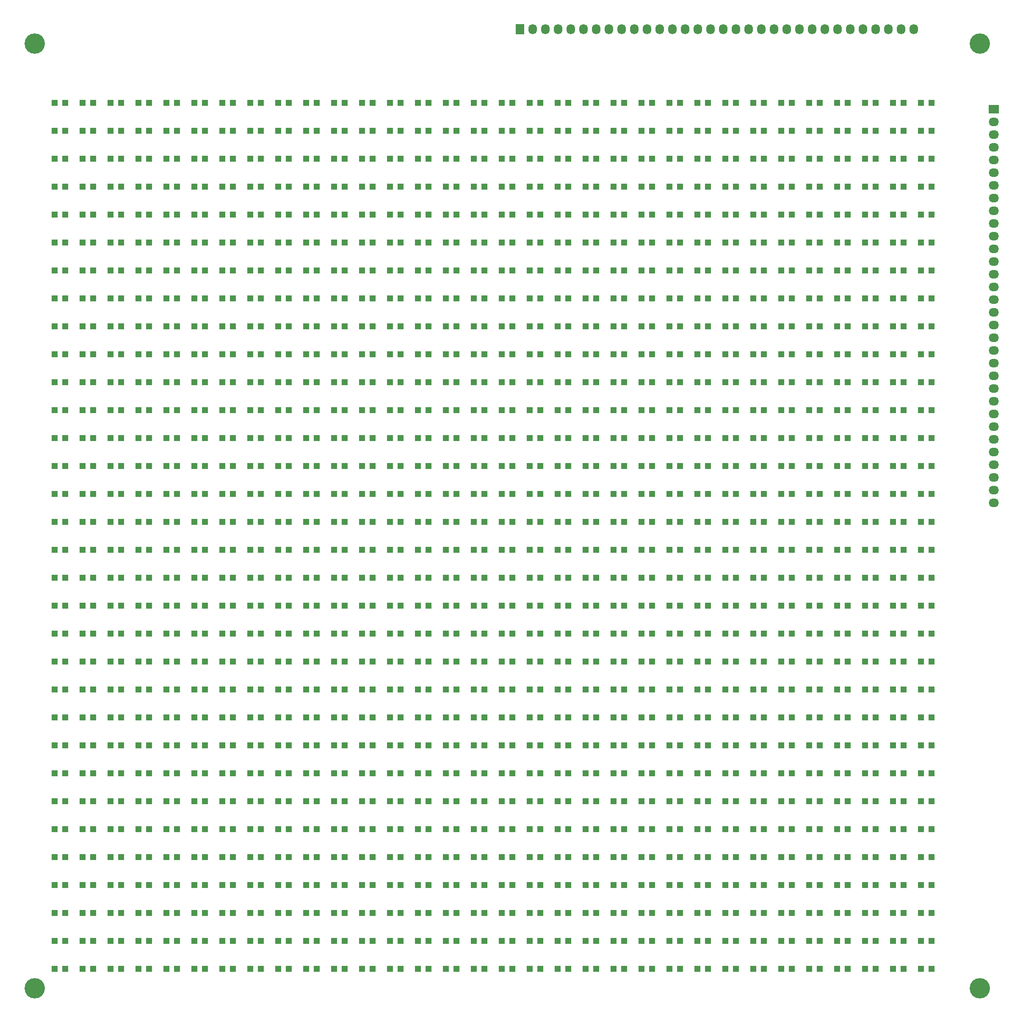
<source format=gts>
G04 #@! TF.FileFunction,Soldermask,Top*
%FSLAX46Y46*%
G04 Gerber Fmt 4.6, Leading zero omitted, Abs format (unit mm)*
G04 Created by KiCad (PCBNEW 4.0.2+dfsg1-stable) date dim. 24 sept. 2017 13:03:32 CEST*
%MOMM*%
G01*
G04 APERTURE LIST*
%ADD10C,0.100000*%
%ADD11R,1.198880X1.198880*%
%ADD12R,2.032000X1.727200*%
%ADD13O,2.032000X1.727200*%
%ADD14R,1.727200X2.032000*%
%ADD15O,1.727200X2.032000*%
%ADD16C,4.064000*%
G04 APERTURE END LIST*
D10*
D11*
X259831020Y-225581000D03*
X257732980Y-225581000D03*
X254243020Y-225581000D03*
X252144980Y-225581000D03*
X248655020Y-225581000D03*
X246556980Y-225581000D03*
X243067020Y-225581000D03*
X240968980Y-225581000D03*
X237479020Y-225581000D03*
X235380980Y-225581000D03*
X231891020Y-225581000D03*
X229792980Y-225581000D03*
X226303020Y-225581000D03*
X224204980Y-225581000D03*
X220715020Y-225581000D03*
X218616980Y-225581000D03*
X215127020Y-225581000D03*
X213028980Y-225581000D03*
X209539020Y-225581000D03*
X207440980Y-225581000D03*
X203951020Y-225581000D03*
X201852980Y-225581000D03*
X198363020Y-225581000D03*
X196264980Y-225581000D03*
X192775020Y-225581000D03*
X190676980Y-225581000D03*
X187187020Y-225581000D03*
X185088980Y-225581000D03*
X181599020Y-225581000D03*
X179500980Y-225581000D03*
X176011020Y-225581000D03*
X173912980Y-225581000D03*
X170423020Y-225581000D03*
X168324980Y-225581000D03*
X164835020Y-225581000D03*
X162736980Y-225581000D03*
X159247020Y-225581000D03*
X157148980Y-225581000D03*
X153659020Y-225581000D03*
X151560980Y-225581000D03*
X148071020Y-225581000D03*
X145972980Y-225581000D03*
X142483020Y-225581000D03*
X140384980Y-225581000D03*
X136895020Y-225581000D03*
X134796980Y-225581000D03*
X131307020Y-225581000D03*
X129208980Y-225581000D03*
X125719020Y-225581000D03*
X123620980Y-225581000D03*
X120131020Y-225581000D03*
X118032980Y-225581000D03*
X114543020Y-225581000D03*
X112444980Y-225581000D03*
X108955020Y-225581000D03*
X106856980Y-225581000D03*
X103367020Y-225581000D03*
X101268980Y-225581000D03*
X97779020Y-225581000D03*
X95680980Y-225581000D03*
X92191020Y-225581000D03*
X90092980Y-225581000D03*
X86603020Y-225581000D03*
X84504980Y-225581000D03*
X259831020Y-219993000D03*
X257732980Y-219993000D03*
X254243020Y-219993000D03*
X252144980Y-219993000D03*
X248655020Y-219993000D03*
X246556980Y-219993000D03*
X243067020Y-219993000D03*
X240968980Y-219993000D03*
X237479020Y-219993000D03*
X235380980Y-219993000D03*
X231891020Y-219993000D03*
X229792980Y-219993000D03*
X226303020Y-219993000D03*
X224204980Y-219993000D03*
X220715020Y-219993000D03*
X218616980Y-219993000D03*
X215127020Y-219993000D03*
X213028980Y-219993000D03*
X209539020Y-219993000D03*
X207440980Y-219993000D03*
X203951020Y-219993000D03*
X201852980Y-219993000D03*
X198363020Y-219993000D03*
X196264980Y-219993000D03*
X192775020Y-219993000D03*
X190676980Y-219993000D03*
X187187020Y-219993000D03*
X185088980Y-219993000D03*
X181599020Y-219993000D03*
X179500980Y-219993000D03*
X176011020Y-219993000D03*
X173912980Y-219993000D03*
X170423020Y-219993000D03*
X168324980Y-219993000D03*
X164835020Y-219993000D03*
X162736980Y-219993000D03*
X159247020Y-219993000D03*
X157148980Y-219993000D03*
X153659020Y-219993000D03*
X151560980Y-219993000D03*
X148071020Y-219993000D03*
X145972980Y-219993000D03*
X142483020Y-219993000D03*
X140384980Y-219993000D03*
X136895020Y-219993000D03*
X134796980Y-219993000D03*
X131307020Y-219993000D03*
X129208980Y-219993000D03*
X125719020Y-219993000D03*
X123620980Y-219993000D03*
X120131020Y-219993000D03*
X118032980Y-219993000D03*
X114543020Y-219993000D03*
X112444980Y-219993000D03*
X108955020Y-219993000D03*
X106856980Y-219993000D03*
X103367020Y-219993000D03*
X101268980Y-219993000D03*
X97779020Y-219993000D03*
X95680980Y-219993000D03*
X92191020Y-219993000D03*
X90092980Y-219993000D03*
X86603020Y-219993000D03*
X84504980Y-219993000D03*
X259831020Y-214405000D03*
X257732980Y-214405000D03*
X254243020Y-214405000D03*
X252144980Y-214405000D03*
X248655020Y-214405000D03*
X246556980Y-214405000D03*
X243067020Y-214405000D03*
X240968980Y-214405000D03*
X237479020Y-214405000D03*
X235380980Y-214405000D03*
X231891020Y-214405000D03*
X229792980Y-214405000D03*
X226303020Y-214405000D03*
X224204980Y-214405000D03*
X220715020Y-214405000D03*
X218616980Y-214405000D03*
X215127020Y-214405000D03*
X213028980Y-214405000D03*
X209539020Y-214405000D03*
X207440980Y-214405000D03*
X203951020Y-214405000D03*
X201852980Y-214405000D03*
X198363020Y-214405000D03*
X196264980Y-214405000D03*
X192775020Y-214405000D03*
X190676980Y-214405000D03*
X187187020Y-214405000D03*
X185088980Y-214405000D03*
X181599020Y-214405000D03*
X179500980Y-214405000D03*
X176011020Y-214405000D03*
X173912980Y-214405000D03*
X170423020Y-214405000D03*
X168324980Y-214405000D03*
X164835020Y-214405000D03*
X162736980Y-214405000D03*
X159247020Y-214405000D03*
X157148980Y-214405000D03*
X153659020Y-214405000D03*
X151560980Y-214405000D03*
X148071020Y-214405000D03*
X145972980Y-214405000D03*
X142483020Y-214405000D03*
X140384980Y-214405000D03*
X136895020Y-214405000D03*
X134796980Y-214405000D03*
X131307020Y-214405000D03*
X129208980Y-214405000D03*
X125719020Y-214405000D03*
X123620980Y-214405000D03*
X120131020Y-214405000D03*
X118032980Y-214405000D03*
X114543020Y-214405000D03*
X112444980Y-214405000D03*
X108955020Y-214405000D03*
X106856980Y-214405000D03*
X103367020Y-214405000D03*
X101268980Y-214405000D03*
X97779020Y-214405000D03*
X95680980Y-214405000D03*
X92191020Y-214405000D03*
X90092980Y-214405000D03*
X86603020Y-214405000D03*
X84504980Y-214405000D03*
X259831020Y-208817000D03*
X257732980Y-208817000D03*
X254243020Y-208817000D03*
X252144980Y-208817000D03*
X248655020Y-208817000D03*
X246556980Y-208817000D03*
X243067020Y-208817000D03*
X240968980Y-208817000D03*
X237479020Y-208817000D03*
X235380980Y-208817000D03*
X231891020Y-208817000D03*
X229792980Y-208817000D03*
X226303020Y-208817000D03*
X224204980Y-208817000D03*
X220715020Y-208817000D03*
X218616980Y-208817000D03*
X215127020Y-208817000D03*
X213028980Y-208817000D03*
X209539020Y-208817000D03*
X207440980Y-208817000D03*
X203951020Y-208817000D03*
X201852980Y-208817000D03*
X198363020Y-208817000D03*
X196264980Y-208817000D03*
X192775020Y-208817000D03*
X190676980Y-208817000D03*
X187187020Y-208817000D03*
X185088980Y-208817000D03*
X181599020Y-208817000D03*
X179500980Y-208817000D03*
X176011020Y-208817000D03*
X173912980Y-208817000D03*
X170423020Y-208817000D03*
X168324980Y-208817000D03*
X164835020Y-208817000D03*
X162736980Y-208817000D03*
X159247020Y-208817000D03*
X157148980Y-208817000D03*
X153659020Y-208817000D03*
X151560980Y-208817000D03*
X148071020Y-208817000D03*
X145972980Y-208817000D03*
X142483020Y-208817000D03*
X140384980Y-208817000D03*
X136895020Y-208817000D03*
X134796980Y-208817000D03*
X131307020Y-208817000D03*
X129208980Y-208817000D03*
X125719020Y-208817000D03*
X123620980Y-208817000D03*
X120131020Y-208817000D03*
X118032980Y-208817000D03*
X114543020Y-208817000D03*
X112444980Y-208817000D03*
X108955020Y-208817000D03*
X106856980Y-208817000D03*
X103367020Y-208817000D03*
X101268980Y-208817000D03*
X97779020Y-208817000D03*
X95680980Y-208817000D03*
X92191020Y-208817000D03*
X90092980Y-208817000D03*
X86603020Y-208817000D03*
X84504980Y-208817000D03*
X259831020Y-203229000D03*
X257732980Y-203229000D03*
X254243020Y-203229000D03*
X252144980Y-203229000D03*
X248655020Y-203229000D03*
X246556980Y-203229000D03*
X243067020Y-203229000D03*
X240968980Y-203229000D03*
X237479020Y-203229000D03*
X235380980Y-203229000D03*
X231891020Y-203229000D03*
X229792980Y-203229000D03*
X226303020Y-203229000D03*
X224204980Y-203229000D03*
X220715020Y-203229000D03*
X218616980Y-203229000D03*
X215127020Y-203229000D03*
X213028980Y-203229000D03*
X209539020Y-203229000D03*
X207440980Y-203229000D03*
X203951020Y-203229000D03*
X201852980Y-203229000D03*
X198363020Y-203229000D03*
X196264980Y-203229000D03*
X192775020Y-203229000D03*
X190676980Y-203229000D03*
X187187020Y-203229000D03*
X185088980Y-203229000D03*
X181599020Y-203229000D03*
X179500980Y-203229000D03*
X176011020Y-203229000D03*
X173912980Y-203229000D03*
X170423020Y-203229000D03*
X168324980Y-203229000D03*
X164835020Y-203229000D03*
X162736980Y-203229000D03*
X159247020Y-203229000D03*
X157148980Y-203229000D03*
X153659020Y-203229000D03*
X151560980Y-203229000D03*
X148071020Y-203229000D03*
X145972980Y-203229000D03*
X142483020Y-203229000D03*
X140384980Y-203229000D03*
X136895020Y-203229000D03*
X134796980Y-203229000D03*
X131307020Y-203229000D03*
X129208980Y-203229000D03*
X125719020Y-203229000D03*
X123620980Y-203229000D03*
X120131020Y-203229000D03*
X118032980Y-203229000D03*
X114543020Y-203229000D03*
X112444980Y-203229000D03*
X108955020Y-203229000D03*
X106856980Y-203229000D03*
X103367020Y-203229000D03*
X101268980Y-203229000D03*
X97779020Y-203229000D03*
X95680980Y-203229000D03*
X92191020Y-203229000D03*
X90092980Y-203229000D03*
X86603020Y-203229000D03*
X84504980Y-203229000D03*
X259831020Y-197641000D03*
X257732980Y-197641000D03*
X254243020Y-197641000D03*
X252144980Y-197641000D03*
X248655020Y-197641000D03*
X246556980Y-197641000D03*
X243067020Y-197641000D03*
X240968980Y-197641000D03*
X237479020Y-197641000D03*
X235380980Y-197641000D03*
X231891020Y-197641000D03*
X229792980Y-197641000D03*
X226303020Y-197641000D03*
X224204980Y-197641000D03*
X220715020Y-197641000D03*
X218616980Y-197641000D03*
X215127020Y-197641000D03*
X213028980Y-197641000D03*
X209539020Y-197641000D03*
X207440980Y-197641000D03*
X203951020Y-197641000D03*
X201852980Y-197641000D03*
X198363020Y-197641000D03*
X196264980Y-197641000D03*
X192775020Y-197641000D03*
X190676980Y-197641000D03*
X187187020Y-197641000D03*
X185088980Y-197641000D03*
X181599020Y-197641000D03*
X179500980Y-197641000D03*
X176011020Y-197641000D03*
X173912980Y-197641000D03*
X170423020Y-197641000D03*
X168324980Y-197641000D03*
X164835020Y-197641000D03*
X162736980Y-197641000D03*
X159247020Y-197641000D03*
X157148980Y-197641000D03*
X153659020Y-197641000D03*
X151560980Y-197641000D03*
X148071020Y-197641000D03*
X145972980Y-197641000D03*
X142483020Y-197641000D03*
X140384980Y-197641000D03*
X136895020Y-197641000D03*
X134796980Y-197641000D03*
X131307020Y-197641000D03*
X129208980Y-197641000D03*
X125719020Y-197641000D03*
X123620980Y-197641000D03*
X120131020Y-197641000D03*
X118032980Y-197641000D03*
X114543020Y-197641000D03*
X112444980Y-197641000D03*
X108955020Y-197641000D03*
X106856980Y-197641000D03*
X103367020Y-197641000D03*
X101268980Y-197641000D03*
X97779020Y-197641000D03*
X95680980Y-197641000D03*
X92191020Y-197641000D03*
X90092980Y-197641000D03*
X86603020Y-197641000D03*
X84504980Y-197641000D03*
X259831020Y-192053000D03*
X257732980Y-192053000D03*
X254243020Y-192053000D03*
X252144980Y-192053000D03*
X248655020Y-192053000D03*
X246556980Y-192053000D03*
X243067020Y-192053000D03*
X240968980Y-192053000D03*
X237479020Y-192053000D03*
X235380980Y-192053000D03*
X231891020Y-192053000D03*
X229792980Y-192053000D03*
X226303020Y-192053000D03*
X224204980Y-192053000D03*
X220715020Y-192053000D03*
X218616980Y-192053000D03*
X215127020Y-192053000D03*
X213028980Y-192053000D03*
X209539020Y-192053000D03*
X207440980Y-192053000D03*
X203951020Y-192053000D03*
X201852980Y-192053000D03*
X198363020Y-192053000D03*
X196264980Y-192053000D03*
X192775020Y-192053000D03*
X190676980Y-192053000D03*
X187187020Y-192053000D03*
X185088980Y-192053000D03*
X181599020Y-192053000D03*
X179500980Y-192053000D03*
X176011020Y-192053000D03*
X173912980Y-192053000D03*
X170423020Y-192053000D03*
X168324980Y-192053000D03*
X164835020Y-192053000D03*
X162736980Y-192053000D03*
X159247020Y-192053000D03*
X157148980Y-192053000D03*
X153659020Y-192053000D03*
X151560980Y-192053000D03*
X148071020Y-192053000D03*
X145972980Y-192053000D03*
X142483020Y-192053000D03*
X140384980Y-192053000D03*
X136895020Y-192053000D03*
X134796980Y-192053000D03*
X131307020Y-192053000D03*
X129208980Y-192053000D03*
X125719020Y-192053000D03*
X123620980Y-192053000D03*
X120131020Y-192053000D03*
X118032980Y-192053000D03*
X114543020Y-192053000D03*
X112444980Y-192053000D03*
X108955020Y-192053000D03*
X106856980Y-192053000D03*
X103367020Y-192053000D03*
X101268980Y-192053000D03*
X97779020Y-192053000D03*
X95680980Y-192053000D03*
X92191020Y-192053000D03*
X90092980Y-192053000D03*
X86603020Y-192053000D03*
X84504980Y-192053000D03*
X259831020Y-186465000D03*
X257732980Y-186465000D03*
X254243020Y-186465000D03*
X252144980Y-186465000D03*
X248655020Y-186465000D03*
X246556980Y-186465000D03*
X243067020Y-186465000D03*
X240968980Y-186465000D03*
X237479020Y-186465000D03*
X235380980Y-186465000D03*
X231891020Y-186465000D03*
X229792980Y-186465000D03*
X226303020Y-186465000D03*
X224204980Y-186465000D03*
X220715020Y-186465000D03*
X218616980Y-186465000D03*
X215127020Y-186465000D03*
X213028980Y-186465000D03*
X209539020Y-186465000D03*
X207440980Y-186465000D03*
X203951020Y-186465000D03*
X201852980Y-186465000D03*
X198363020Y-186465000D03*
X196264980Y-186465000D03*
X192775020Y-186465000D03*
X190676980Y-186465000D03*
X187187020Y-186465000D03*
X185088980Y-186465000D03*
X181599020Y-186465000D03*
X179500980Y-186465000D03*
X176011020Y-186465000D03*
X173912980Y-186465000D03*
X170423020Y-186465000D03*
X168324980Y-186465000D03*
X164835020Y-186465000D03*
X162736980Y-186465000D03*
X159247020Y-186465000D03*
X157148980Y-186465000D03*
X153659020Y-186465000D03*
X151560980Y-186465000D03*
X148071020Y-186465000D03*
X145972980Y-186465000D03*
X142483020Y-186465000D03*
X140384980Y-186465000D03*
X136895020Y-186465000D03*
X134796980Y-186465000D03*
X131307020Y-186465000D03*
X129208980Y-186465000D03*
X125719020Y-186465000D03*
X123620980Y-186465000D03*
X120131020Y-186465000D03*
X118032980Y-186465000D03*
X114543020Y-186465000D03*
X112444980Y-186465000D03*
X108955020Y-186465000D03*
X106856980Y-186465000D03*
X103367020Y-186465000D03*
X101268980Y-186465000D03*
X97779020Y-186465000D03*
X95680980Y-186465000D03*
X92191020Y-186465000D03*
X90092980Y-186465000D03*
X86603020Y-186465000D03*
X84504980Y-186465000D03*
X259831020Y-180877000D03*
X257732980Y-180877000D03*
X254243020Y-180877000D03*
X252144980Y-180877000D03*
X248655020Y-180877000D03*
X246556980Y-180877000D03*
X243067020Y-180877000D03*
X240968980Y-180877000D03*
X237479020Y-180877000D03*
X235380980Y-180877000D03*
X231891020Y-180877000D03*
X229792980Y-180877000D03*
X226303020Y-180877000D03*
X224204980Y-180877000D03*
X220715020Y-180877000D03*
X218616980Y-180877000D03*
X215127020Y-180877000D03*
X213028980Y-180877000D03*
X209539020Y-180877000D03*
X207440980Y-180877000D03*
X203951020Y-180877000D03*
X201852980Y-180877000D03*
X198363020Y-180877000D03*
X196264980Y-180877000D03*
X192775020Y-180877000D03*
X190676980Y-180877000D03*
X187187020Y-180877000D03*
X185088980Y-180877000D03*
X181599020Y-180877000D03*
X179500980Y-180877000D03*
X176011020Y-180877000D03*
X173912980Y-180877000D03*
X170423020Y-180877000D03*
X168324980Y-180877000D03*
X164835020Y-180877000D03*
X162736980Y-180877000D03*
X159247020Y-180877000D03*
X157148980Y-180877000D03*
X153659020Y-180877000D03*
X151560980Y-180877000D03*
X148071020Y-180877000D03*
X145972980Y-180877000D03*
X142483020Y-180877000D03*
X140384980Y-180877000D03*
X136895020Y-180877000D03*
X134796980Y-180877000D03*
X131307020Y-180877000D03*
X129208980Y-180877000D03*
X125719020Y-180877000D03*
X123620980Y-180877000D03*
X120131020Y-180877000D03*
X118032980Y-180877000D03*
X114543020Y-180877000D03*
X112444980Y-180877000D03*
X108955020Y-180877000D03*
X106856980Y-180877000D03*
X103367020Y-180877000D03*
X101268980Y-180877000D03*
X97779020Y-180877000D03*
X95680980Y-180877000D03*
X92191020Y-180877000D03*
X90092980Y-180877000D03*
X86603020Y-180877000D03*
X84504980Y-180877000D03*
X259831020Y-175289000D03*
X257732980Y-175289000D03*
X254243020Y-175289000D03*
X252144980Y-175289000D03*
X248655020Y-175289000D03*
X246556980Y-175289000D03*
X243067020Y-175289000D03*
X240968980Y-175289000D03*
X237479020Y-175289000D03*
X235380980Y-175289000D03*
X231891020Y-175289000D03*
X229792980Y-175289000D03*
X226303020Y-175289000D03*
X224204980Y-175289000D03*
X220715020Y-175289000D03*
X218616980Y-175289000D03*
X215127020Y-175289000D03*
X213028980Y-175289000D03*
X209539020Y-175289000D03*
X207440980Y-175289000D03*
X203951020Y-175289000D03*
X201852980Y-175289000D03*
X198363020Y-175289000D03*
X196264980Y-175289000D03*
X192775020Y-175289000D03*
X190676980Y-175289000D03*
X187187020Y-175289000D03*
X185088980Y-175289000D03*
X181599020Y-175289000D03*
X179500980Y-175289000D03*
X176011020Y-175289000D03*
X173912980Y-175289000D03*
X170423020Y-175289000D03*
X168324980Y-175289000D03*
X164835020Y-175289000D03*
X162736980Y-175289000D03*
X159247020Y-175289000D03*
X157148980Y-175289000D03*
X153659020Y-175289000D03*
X151560980Y-175289000D03*
X148071020Y-175289000D03*
X145972980Y-175289000D03*
X142483020Y-175289000D03*
X140384980Y-175289000D03*
X136895020Y-175289000D03*
X134796980Y-175289000D03*
X131307020Y-175289000D03*
X129208980Y-175289000D03*
X125719020Y-175289000D03*
X123620980Y-175289000D03*
X120131020Y-175289000D03*
X118032980Y-175289000D03*
X114543020Y-175289000D03*
X112444980Y-175289000D03*
X108955020Y-175289000D03*
X106856980Y-175289000D03*
X103367020Y-175289000D03*
X101268980Y-175289000D03*
X97779020Y-175289000D03*
X95680980Y-175289000D03*
X92191020Y-175289000D03*
X90092980Y-175289000D03*
X86603020Y-175289000D03*
X84504980Y-175289000D03*
X259831020Y-169701000D03*
X257732980Y-169701000D03*
X254243020Y-169701000D03*
X252144980Y-169701000D03*
X248655020Y-169701000D03*
X246556980Y-169701000D03*
X243067020Y-169701000D03*
X240968980Y-169701000D03*
X237479020Y-169701000D03*
X235380980Y-169701000D03*
X231891020Y-169701000D03*
X229792980Y-169701000D03*
X226303020Y-169701000D03*
X224204980Y-169701000D03*
X220715020Y-169701000D03*
X218616980Y-169701000D03*
X215127020Y-169701000D03*
X213028980Y-169701000D03*
X209539020Y-169701000D03*
X207440980Y-169701000D03*
X203951020Y-169701000D03*
X201852980Y-169701000D03*
X198363020Y-169701000D03*
X196264980Y-169701000D03*
X192775020Y-169701000D03*
X190676980Y-169701000D03*
X187187020Y-169701000D03*
X185088980Y-169701000D03*
X181599020Y-169701000D03*
X179500980Y-169701000D03*
X176011020Y-169701000D03*
X173912980Y-169701000D03*
X170423020Y-169701000D03*
X168324980Y-169701000D03*
X164835020Y-169701000D03*
X162736980Y-169701000D03*
X159247020Y-169701000D03*
X157148980Y-169701000D03*
X153659020Y-169701000D03*
X151560980Y-169701000D03*
X148071020Y-169701000D03*
X145972980Y-169701000D03*
X142483020Y-169701000D03*
X140384980Y-169701000D03*
X136895020Y-169701000D03*
X134796980Y-169701000D03*
X131307020Y-169701000D03*
X129208980Y-169701000D03*
X125719020Y-169701000D03*
X123620980Y-169701000D03*
X120131020Y-169701000D03*
X118032980Y-169701000D03*
X114543020Y-169701000D03*
X112444980Y-169701000D03*
X108955020Y-169701000D03*
X106856980Y-169701000D03*
X103367020Y-169701000D03*
X101268980Y-169701000D03*
X97779020Y-169701000D03*
X95680980Y-169701000D03*
X92191020Y-169701000D03*
X90092980Y-169701000D03*
X86603020Y-169701000D03*
X84504980Y-169701000D03*
X259831020Y-164113000D03*
X257732980Y-164113000D03*
X254243020Y-164113000D03*
X252144980Y-164113000D03*
X248655020Y-164113000D03*
X246556980Y-164113000D03*
X243067020Y-164113000D03*
X240968980Y-164113000D03*
X237479020Y-164113000D03*
X235380980Y-164113000D03*
X231891020Y-164113000D03*
X229792980Y-164113000D03*
X226303020Y-164113000D03*
X224204980Y-164113000D03*
X220715020Y-164113000D03*
X218616980Y-164113000D03*
X215127020Y-164113000D03*
X213028980Y-164113000D03*
X209539020Y-164113000D03*
X207440980Y-164113000D03*
X203951020Y-164113000D03*
X201852980Y-164113000D03*
X198363020Y-164113000D03*
X196264980Y-164113000D03*
X192775020Y-164113000D03*
X190676980Y-164113000D03*
X187187020Y-164113000D03*
X185088980Y-164113000D03*
X181599020Y-164113000D03*
X179500980Y-164113000D03*
X176011020Y-164113000D03*
X173912980Y-164113000D03*
X170423020Y-164113000D03*
X168324980Y-164113000D03*
X164835020Y-164113000D03*
X162736980Y-164113000D03*
X159247020Y-164113000D03*
X157148980Y-164113000D03*
X153659020Y-164113000D03*
X151560980Y-164113000D03*
X148071020Y-164113000D03*
X145972980Y-164113000D03*
X142483020Y-164113000D03*
X140384980Y-164113000D03*
X136895020Y-164113000D03*
X134796980Y-164113000D03*
X131307020Y-164113000D03*
X129208980Y-164113000D03*
X125719020Y-164113000D03*
X123620980Y-164113000D03*
X120131020Y-164113000D03*
X118032980Y-164113000D03*
X114543020Y-164113000D03*
X112444980Y-164113000D03*
X108955020Y-164113000D03*
X106856980Y-164113000D03*
X103367020Y-164113000D03*
X101268980Y-164113000D03*
X97779020Y-164113000D03*
X95680980Y-164113000D03*
X92191020Y-164113000D03*
X90092980Y-164113000D03*
X86603020Y-164113000D03*
X84504980Y-164113000D03*
X259831020Y-158525000D03*
X257732980Y-158525000D03*
X254243020Y-158525000D03*
X252144980Y-158525000D03*
X248655020Y-158525000D03*
X246556980Y-158525000D03*
X243067020Y-158525000D03*
X240968980Y-158525000D03*
X237479020Y-158525000D03*
X235380980Y-158525000D03*
X231891020Y-158525000D03*
X229792980Y-158525000D03*
X226303020Y-158525000D03*
X224204980Y-158525000D03*
X220715020Y-158525000D03*
X218616980Y-158525000D03*
X215127020Y-158525000D03*
X213028980Y-158525000D03*
X209539020Y-158525000D03*
X207440980Y-158525000D03*
X203951020Y-158525000D03*
X201852980Y-158525000D03*
X198363020Y-158525000D03*
X196264980Y-158525000D03*
X192775020Y-158525000D03*
X190676980Y-158525000D03*
X187187020Y-158525000D03*
X185088980Y-158525000D03*
X181599020Y-158525000D03*
X179500980Y-158525000D03*
X176011020Y-158525000D03*
X173912980Y-158525000D03*
X170423020Y-158525000D03*
X168324980Y-158525000D03*
X164835020Y-158525000D03*
X162736980Y-158525000D03*
X159247020Y-158525000D03*
X157148980Y-158525000D03*
X153659020Y-158525000D03*
X151560980Y-158525000D03*
X148071020Y-158525000D03*
X145972980Y-158525000D03*
X142483020Y-158525000D03*
X140384980Y-158525000D03*
X136895020Y-158525000D03*
X134796980Y-158525000D03*
X131307020Y-158525000D03*
X129208980Y-158525000D03*
X125719020Y-158525000D03*
X123620980Y-158525000D03*
X120131020Y-158525000D03*
X118032980Y-158525000D03*
X114543020Y-158525000D03*
X112444980Y-158525000D03*
X108955020Y-158525000D03*
X106856980Y-158525000D03*
X103367020Y-158525000D03*
X101268980Y-158525000D03*
X97779020Y-158525000D03*
X95680980Y-158525000D03*
X92191020Y-158525000D03*
X90092980Y-158525000D03*
X86603020Y-158525000D03*
X84504980Y-158525000D03*
X259831020Y-152937000D03*
X257732980Y-152937000D03*
X254243020Y-152937000D03*
X252144980Y-152937000D03*
X248655020Y-152937000D03*
X246556980Y-152937000D03*
X243067020Y-152937000D03*
X240968980Y-152937000D03*
X237479020Y-152937000D03*
X235380980Y-152937000D03*
X231891020Y-152937000D03*
X229792980Y-152937000D03*
X226303020Y-152937000D03*
X224204980Y-152937000D03*
X220715020Y-152937000D03*
X218616980Y-152937000D03*
X215127020Y-152937000D03*
X213028980Y-152937000D03*
X209539020Y-152937000D03*
X207440980Y-152937000D03*
X203951020Y-152937000D03*
X201852980Y-152937000D03*
X198363020Y-152937000D03*
X196264980Y-152937000D03*
X192775020Y-152937000D03*
X190676980Y-152937000D03*
X187187020Y-152937000D03*
X185088980Y-152937000D03*
X181599020Y-152937000D03*
X179500980Y-152937000D03*
X176011020Y-152937000D03*
X173912980Y-152937000D03*
X170423020Y-152937000D03*
X168324980Y-152937000D03*
X164835020Y-152937000D03*
X162736980Y-152937000D03*
X159247020Y-152937000D03*
X157148980Y-152937000D03*
X153659020Y-152937000D03*
X151560980Y-152937000D03*
X148071020Y-152937000D03*
X145972980Y-152937000D03*
X142483020Y-152937000D03*
X140384980Y-152937000D03*
X136895020Y-152937000D03*
X134796980Y-152937000D03*
X131307020Y-152937000D03*
X129208980Y-152937000D03*
X125719020Y-152937000D03*
X123620980Y-152937000D03*
X120131020Y-152937000D03*
X118032980Y-152937000D03*
X114543020Y-152937000D03*
X112444980Y-152937000D03*
X108955020Y-152937000D03*
X106856980Y-152937000D03*
X103367020Y-152937000D03*
X101268980Y-152937000D03*
X97779020Y-152937000D03*
X95680980Y-152937000D03*
X92191020Y-152937000D03*
X90092980Y-152937000D03*
X86603020Y-152937000D03*
X84504980Y-152937000D03*
X259831020Y-147349000D03*
X257732980Y-147349000D03*
X254243020Y-147349000D03*
X252144980Y-147349000D03*
X248655020Y-147349000D03*
X246556980Y-147349000D03*
X243067020Y-147349000D03*
X240968980Y-147349000D03*
X237479020Y-147349000D03*
X235380980Y-147349000D03*
X231891020Y-147349000D03*
X229792980Y-147349000D03*
X226303020Y-147349000D03*
X224204980Y-147349000D03*
X220715020Y-147349000D03*
X218616980Y-147349000D03*
X215127020Y-147349000D03*
X213028980Y-147349000D03*
X209539020Y-147349000D03*
X207440980Y-147349000D03*
X203951020Y-147349000D03*
X201852980Y-147349000D03*
X198363020Y-147349000D03*
X196264980Y-147349000D03*
X192775020Y-147349000D03*
X190676980Y-147349000D03*
X187187020Y-147349000D03*
X185088980Y-147349000D03*
X181599020Y-147349000D03*
X179500980Y-147349000D03*
X176011020Y-147349000D03*
X173912980Y-147349000D03*
X170423020Y-147349000D03*
X168324980Y-147349000D03*
X164835020Y-147349000D03*
X162736980Y-147349000D03*
X159247020Y-147349000D03*
X157148980Y-147349000D03*
X153659020Y-147349000D03*
X151560980Y-147349000D03*
X148071020Y-147349000D03*
X145972980Y-147349000D03*
X142483020Y-147349000D03*
X140384980Y-147349000D03*
X136895020Y-147349000D03*
X134796980Y-147349000D03*
X131307020Y-147349000D03*
X129208980Y-147349000D03*
X125719020Y-147349000D03*
X123620980Y-147349000D03*
X120131020Y-147349000D03*
X118032980Y-147349000D03*
X114543020Y-147349000D03*
X112444980Y-147349000D03*
X108955020Y-147349000D03*
X106856980Y-147349000D03*
X103367020Y-147349000D03*
X101268980Y-147349000D03*
X97779020Y-147349000D03*
X95680980Y-147349000D03*
X92191020Y-147349000D03*
X90092980Y-147349000D03*
X86603020Y-147349000D03*
X84504980Y-147349000D03*
X259831020Y-141761000D03*
X257732980Y-141761000D03*
X254243020Y-141761000D03*
X252144980Y-141761000D03*
X248655020Y-141761000D03*
X246556980Y-141761000D03*
X243067020Y-141761000D03*
X240968980Y-141761000D03*
X237479020Y-141761000D03*
X235380980Y-141761000D03*
X231891020Y-141761000D03*
X229792980Y-141761000D03*
X226303020Y-141761000D03*
X224204980Y-141761000D03*
X220715020Y-141761000D03*
X218616980Y-141761000D03*
X215127020Y-141761000D03*
X213028980Y-141761000D03*
X209539020Y-141761000D03*
X207440980Y-141761000D03*
X203951020Y-141761000D03*
X201852980Y-141761000D03*
X198363020Y-141761000D03*
X196264980Y-141761000D03*
X192775020Y-141761000D03*
X190676980Y-141761000D03*
X187187020Y-141761000D03*
X185088980Y-141761000D03*
X181599020Y-141761000D03*
X179500980Y-141761000D03*
X176011020Y-141761000D03*
X173912980Y-141761000D03*
X170423020Y-141761000D03*
X168324980Y-141761000D03*
X164835020Y-141761000D03*
X162736980Y-141761000D03*
X159247020Y-141761000D03*
X157148980Y-141761000D03*
X153659020Y-141761000D03*
X151560980Y-141761000D03*
X148071020Y-141761000D03*
X145972980Y-141761000D03*
X142483020Y-141761000D03*
X140384980Y-141761000D03*
X136895020Y-141761000D03*
X134796980Y-141761000D03*
X131307020Y-141761000D03*
X129208980Y-141761000D03*
X125719020Y-141761000D03*
X123620980Y-141761000D03*
X120131020Y-141761000D03*
X118032980Y-141761000D03*
X114543020Y-141761000D03*
X112444980Y-141761000D03*
X108955020Y-141761000D03*
X106856980Y-141761000D03*
X103367020Y-141761000D03*
X101268980Y-141761000D03*
X97779020Y-141761000D03*
X95680980Y-141761000D03*
X92191020Y-141761000D03*
X90092980Y-141761000D03*
X86603020Y-141761000D03*
X84504980Y-141761000D03*
X259831020Y-136173000D03*
X257732980Y-136173000D03*
X254243020Y-136173000D03*
X252144980Y-136173000D03*
X248655020Y-136173000D03*
X246556980Y-136173000D03*
X243067020Y-136173000D03*
X240968980Y-136173000D03*
X237479020Y-136173000D03*
X235380980Y-136173000D03*
X231891020Y-136173000D03*
X229792980Y-136173000D03*
X226303020Y-136173000D03*
X224204980Y-136173000D03*
X220715020Y-136173000D03*
X218616980Y-136173000D03*
X215127020Y-136173000D03*
X213028980Y-136173000D03*
X209539020Y-136173000D03*
X207440980Y-136173000D03*
X203951020Y-136173000D03*
X201852980Y-136173000D03*
X198363020Y-136173000D03*
X196264980Y-136173000D03*
X192775020Y-136173000D03*
X190676980Y-136173000D03*
X187187020Y-136173000D03*
X185088980Y-136173000D03*
X181599020Y-136173000D03*
X179500980Y-136173000D03*
X176011020Y-136173000D03*
X173912980Y-136173000D03*
X170423020Y-136173000D03*
X168324980Y-136173000D03*
X164835020Y-136173000D03*
X162736980Y-136173000D03*
X159247020Y-136173000D03*
X157148980Y-136173000D03*
X153659020Y-136173000D03*
X151560980Y-136173000D03*
X148071020Y-136173000D03*
X145972980Y-136173000D03*
X142483020Y-136173000D03*
X140384980Y-136173000D03*
X136895020Y-136173000D03*
X134796980Y-136173000D03*
X131307020Y-136173000D03*
X129208980Y-136173000D03*
X125719020Y-136173000D03*
X123620980Y-136173000D03*
X120131020Y-136173000D03*
X118032980Y-136173000D03*
X114543020Y-136173000D03*
X112444980Y-136173000D03*
X108955020Y-136173000D03*
X106856980Y-136173000D03*
X103367020Y-136173000D03*
X101268980Y-136173000D03*
X97779020Y-136173000D03*
X95680980Y-136173000D03*
X92191020Y-136173000D03*
X90092980Y-136173000D03*
X86603020Y-136173000D03*
X84504980Y-136173000D03*
X259831020Y-130585000D03*
X257732980Y-130585000D03*
X254243020Y-130585000D03*
X252144980Y-130585000D03*
X248655020Y-130585000D03*
X246556980Y-130585000D03*
X243067020Y-130585000D03*
X240968980Y-130585000D03*
X237479020Y-130585000D03*
X235380980Y-130585000D03*
X231891020Y-130585000D03*
X229792980Y-130585000D03*
X226303020Y-130585000D03*
X224204980Y-130585000D03*
X220715020Y-130585000D03*
X218616980Y-130585000D03*
X215127020Y-130585000D03*
X213028980Y-130585000D03*
X209539020Y-130585000D03*
X207440980Y-130585000D03*
X203951020Y-130585000D03*
X201852980Y-130585000D03*
X198363020Y-130585000D03*
X196264980Y-130585000D03*
X192775020Y-130585000D03*
X190676980Y-130585000D03*
X187187020Y-130585000D03*
X185088980Y-130585000D03*
X181599020Y-130585000D03*
X179500980Y-130585000D03*
X176011020Y-130585000D03*
X173912980Y-130585000D03*
X170423020Y-130585000D03*
X168324980Y-130585000D03*
X164835020Y-130585000D03*
X162736980Y-130585000D03*
X159247020Y-130585000D03*
X157148980Y-130585000D03*
X153659020Y-130585000D03*
X151560980Y-130585000D03*
X148071020Y-130585000D03*
X145972980Y-130585000D03*
X142483020Y-130585000D03*
X140384980Y-130585000D03*
X136895020Y-130585000D03*
X134796980Y-130585000D03*
X131307020Y-130585000D03*
X129208980Y-130585000D03*
X125719020Y-130585000D03*
X123620980Y-130585000D03*
X120131020Y-130585000D03*
X118032980Y-130585000D03*
X114543020Y-130585000D03*
X112444980Y-130585000D03*
X108955020Y-130585000D03*
X106856980Y-130585000D03*
X103367020Y-130585000D03*
X101268980Y-130585000D03*
X97779020Y-130585000D03*
X95680980Y-130585000D03*
X92191020Y-130585000D03*
X90092980Y-130585000D03*
X86603020Y-130585000D03*
X84504980Y-130585000D03*
X259831020Y-124997000D03*
X257732980Y-124997000D03*
X254243020Y-124997000D03*
X252144980Y-124997000D03*
X248655020Y-124997000D03*
X246556980Y-124997000D03*
X243067020Y-124997000D03*
X240968980Y-124997000D03*
X237479020Y-124997000D03*
X235380980Y-124997000D03*
X231891020Y-124997000D03*
X229792980Y-124997000D03*
X226303020Y-124997000D03*
X224204980Y-124997000D03*
X220715020Y-124997000D03*
X218616980Y-124997000D03*
X215127020Y-124997000D03*
X213028980Y-124997000D03*
X209539020Y-124997000D03*
X207440980Y-124997000D03*
X203951020Y-124997000D03*
X201852980Y-124997000D03*
X198363020Y-124997000D03*
X196264980Y-124997000D03*
X192775020Y-124997000D03*
X190676980Y-124997000D03*
X187187020Y-124997000D03*
X185088980Y-124997000D03*
X181599020Y-124997000D03*
X179500980Y-124997000D03*
X176011020Y-124997000D03*
X173912980Y-124997000D03*
X170423020Y-124997000D03*
X168324980Y-124997000D03*
X164835020Y-124997000D03*
X162736980Y-124997000D03*
X159247020Y-124997000D03*
X157148980Y-124997000D03*
X153659020Y-124997000D03*
X151560980Y-124997000D03*
X148071020Y-124997000D03*
X145972980Y-124997000D03*
X142483020Y-124997000D03*
X140384980Y-124997000D03*
X136895020Y-124997000D03*
X134796980Y-124997000D03*
X131307020Y-124997000D03*
X129208980Y-124997000D03*
X125719020Y-124997000D03*
X123620980Y-124997000D03*
X120131020Y-124997000D03*
X118032980Y-124997000D03*
X114543020Y-124997000D03*
X112444980Y-124997000D03*
X108955020Y-124997000D03*
X106856980Y-124997000D03*
X103367020Y-124997000D03*
X101268980Y-124997000D03*
X97779020Y-124997000D03*
X95680980Y-124997000D03*
X92191020Y-124997000D03*
X90092980Y-124997000D03*
X86603020Y-124997000D03*
X84504980Y-124997000D03*
X259831020Y-119409000D03*
X257732980Y-119409000D03*
X254243020Y-119409000D03*
X252144980Y-119409000D03*
X248655020Y-119409000D03*
X246556980Y-119409000D03*
X243067020Y-119409000D03*
X240968980Y-119409000D03*
X237479020Y-119409000D03*
X235380980Y-119409000D03*
X231891020Y-119409000D03*
X229792980Y-119409000D03*
X226303020Y-119409000D03*
X224204980Y-119409000D03*
X220715020Y-119409000D03*
X218616980Y-119409000D03*
X215127020Y-119409000D03*
X213028980Y-119409000D03*
X209539020Y-119409000D03*
X207440980Y-119409000D03*
X203951020Y-119409000D03*
X201852980Y-119409000D03*
X198363020Y-119409000D03*
X196264980Y-119409000D03*
X192775020Y-119409000D03*
X190676980Y-119409000D03*
X187187020Y-119409000D03*
X185088980Y-119409000D03*
X181599020Y-119409000D03*
X179500980Y-119409000D03*
X176011020Y-119409000D03*
X173912980Y-119409000D03*
X170423020Y-119409000D03*
X168324980Y-119409000D03*
X164835020Y-119409000D03*
X162736980Y-119409000D03*
X159247020Y-119409000D03*
X157148980Y-119409000D03*
X153659020Y-119409000D03*
X151560980Y-119409000D03*
X148071020Y-119409000D03*
X145972980Y-119409000D03*
X142483020Y-119409000D03*
X140384980Y-119409000D03*
X136895020Y-119409000D03*
X134796980Y-119409000D03*
X131307020Y-119409000D03*
X129208980Y-119409000D03*
X125719020Y-119409000D03*
X123620980Y-119409000D03*
X120131020Y-119409000D03*
X118032980Y-119409000D03*
X114543020Y-119409000D03*
X112444980Y-119409000D03*
X108955020Y-119409000D03*
X106856980Y-119409000D03*
X103367020Y-119409000D03*
X101268980Y-119409000D03*
X97779020Y-119409000D03*
X95680980Y-119409000D03*
X92191020Y-119409000D03*
X90092980Y-119409000D03*
X86603020Y-119409000D03*
X84504980Y-119409000D03*
X259831020Y-113821000D03*
X257732980Y-113821000D03*
X254243020Y-113821000D03*
X252144980Y-113821000D03*
X248655020Y-113821000D03*
X246556980Y-113821000D03*
X243067020Y-113821000D03*
X240968980Y-113821000D03*
X237479020Y-113821000D03*
X235380980Y-113821000D03*
X231891020Y-113821000D03*
X229792980Y-113821000D03*
X226303020Y-113821000D03*
X224204980Y-113821000D03*
X220715020Y-113821000D03*
X218616980Y-113821000D03*
X215127020Y-113821000D03*
X213028980Y-113821000D03*
X209539020Y-113821000D03*
X207440980Y-113821000D03*
X203951020Y-113821000D03*
X201852980Y-113821000D03*
X198363020Y-113821000D03*
X196264980Y-113821000D03*
X192775020Y-113821000D03*
X190676980Y-113821000D03*
X187187020Y-113821000D03*
X185088980Y-113821000D03*
X181599020Y-113821000D03*
X179500980Y-113821000D03*
X176011020Y-113821000D03*
X173912980Y-113821000D03*
X170423020Y-113821000D03*
X168324980Y-113821000D03*
X164835020Y-113821000D03*
X162736980Y-113821000D03*
X159247020Y-113821000D03*
X157148980Y-113821000D03*
X153659020Y-113821000D03*
X151560980Y-113821000D03*
X148071020Y-113821000D03*
X145972980Y-113821000D03*
X142483020Y-113821000D03*
X140384980Y-113821000D03*
X136895020Y-113821000D03*
X134796980Y-113821000D03*
X131307020Y-113821000D03*
X129208980Y-113821000D03*
X125719020Y-113821000D03*
X123620980Y-113821000D03*
X120131020Y-113821000D03*
X118032980Y-113821000D03*
X114543020Y-113821000D03*
X112444980Y-113821000D03*
X108955020Y-113821000D03*
X106856980Y-113821000D03*
X103367020Y-113821000D03*
X101268980Y-113821000D03*
X97779020Y-113821000D03*
X95680980Y-113821000D03*
X92191020Y-113821000D03*
X90092980Y-113821000D03*
X86603020Y-113821000D03*
X84504980Y-113821000D03*
X259831020Y-108233000D03*
X257732980Y-108233000D03*
X254243020Y-108233000D03*
X252144980Y-108233000D03*
X248655020Y-108233000D03*
X246556980Y-108233000D03*
X243067020Y-108233000D03*
X240968980Y-108233000D03*
X237479020Y-108233000D03*
X235380980Y-108233000D03*
X231891020Y-108233000D03*
X229792980Y-108233000D03*
X226303020Y-108233000D03*
X224204980Y-108233000D03*
X220715020Y-108233000D03*
X218616980Y-108233000D03*
X215127020Y-108233000D03*
X213028980Y-108233000D03*
X209539020Y-108233000D03*
X207440980Y-108233000D03*
X203951020Y-108233000D03*
X201852980Y-108233000D03*
X198363020Y-108233000D03*
X196264980Y-108233000D03*
X192775020Y-108233000D03*
X190676980Y-108233000D03*
X187187020Y-108233000D03*
X185088980Y-108233000D03*
X181599020Y-108233000D03*
X179500980Y-108233000D03*
X176011020Y-108233000D03*
X173912980Y-108233000D03*
X170423020Y-108233000D03*
X168324980Y-108233000D03*
X164835020Y-108233000D03*
X162736980Y-108233000D03*
X159247020Y-108233000D03*
X157148980Y-108233000D03*
X153659020Y-108233000D03*
X151560980Y-108233000D03*
X148071020Y-108233000D03*
X145972980Y-108233000D03*
X142483020Y-108233000D03*
X140384980Y-108233000D03*
X136895020Y-108233000D03*
X134796980Y-108233000D03*
X131307020Y-108233000D03*
X129208980Y-108233000D03*
X125719020Y-108233000D03*
X123620980Y-108233000D03*
X120131020Y-108233000D03*
X118032980Y-108233000D03*
X114543020Y-108233000D03*
X112444980Y-108233000D03*
X108955020Y-108233000D03*
X106856980Y-108233000D03*
X103367020Y-108233000D03*
X101268980Y-108233000D03*
X97779020Y-108233000D03*
X95680980Y-108233000D03*
X92191020Y-108233000D03*
X90092980Y-108233000D03*
X86603020Y-108233000D03*
X84504980Y-108233000D03*
X259831020Y-102645000D03*
X257732980Y-102645000D03*
X254243020Y-102645000D03*
X252144980Y-102645000D03*
X248655020Y-102645000D03*
X246556980Y-102645000D03*
X243067020Y-102645000D03*
X240968980Y-102645000D03*
X237479020Y-102645000D03*
X235380980Y-102645000D03*
X231891020Y-102645000D03*
X229792980Y-102645000D03*
X226303020Y-102645000D03*
X224204980Y-102645000D03*
X220715020Y-102645000D03*
X218616980Y-102645000D03*
X215127020Y-102645000D03*
X213028980Y-102645000D03*
X209539020Y-102645000D03*
X207440980Y-102645000D03*
X203951020Y-102645000D03*
X201852980Y-102645000D03*
X198363020Y-102645000D03*
X196264980Y-102645000D03*
X192775020Y-102645000D03*
X190676980Y-102645000D03*
X187187020Y-102645000D03*
X185088980Y-102645000D03*
X181599020Y-102645000D03*
X179500980Y-102645000D03*
X176011020Y-102645000D03*
X173912980Y-102645000D03*
X170423020Y-102645000D03*
X168324980Y-102645000D03*
X164835020Y-102645000D03*
X162736980Y-102645000D03*
X159247020Y-102645000D03*
X157148980Y-102645000D03*
X153659020Y-102645000D03*
X151560980Y-102645000D03*
X148071020Y-102645000D03*
X145972980Y-102645000D03*
X142483020Y-102645000D03*
X140384980Y-102645000D03*
X136895020Y-102645000D03*
X134796980Y-102645000D03*
X131307020Y-102645000D03*
X129208980Y-102645000D03*
X125719020Y-102645000D03*
X123620980Y-102645000D03*
X120131020Y-102645000D03*
X118032980Y-102645000D03*
X114543020Y-102645000D03*
X112444980Y-102645000D03*
X108955020Y-102645000D03*
X106856980Y-102645000D03*
X103367020Y-102645000D03*
X101268980Y-102645000D03*
X97779020Y-102645000D03*
X95680980Y-102645000D03*
X92191020Y-102645000D03*
X90092980Y-102645000D03*
X86603020Y-102645000D03*
X84504980Y-102645000D03*
X259831020Y-97057000D03*
X257732980Y-97057000D03*
X254243020Y-97057000D03*
X252144980Y-97057000D03*
X248655020Y-97057000D03*
X246556980Y-97057000D03*
X243067020Y-97057000D03*
X240968980Y-97057000D03*
X237479020Y-97057000D03*
X235380980Y-97057000D03*
X231891020Y-97057000D03*
X229792980Y-97057000D03*
X226303020Y-97057000D03*
X224204980Y-97057000D03*
X220715020Y-97057000D03*
X218616980Y-97057000D03*
X215127020Y-97057000D03*
X213028980Y-97057000D03*
X209539020Y-97057000D03*
X207440980Y-97057000D03*
X203951020Y-97057000D03*
X201852980Y-97057000D03*
X198363020Y-97057000D03*
X196264980Y-97057000D03*
X192775020Y-97057000D03*
X190676980Y-97057000D03*
X187187020Y-97057000D03*
X185088980Y-97057000D03*
X181599020Y-97057000D03*
X179500980Y-97057000D03*
X176011020Y-97057000D03*
X173912980Y-97057000D03*
X170423020Y-97057000D03*
X168324980Y-97057000D03*
X164835020Y-97057000D03*
X162736980Y-97057000D03*
X159247020Y-97057000D03*
X157148980Y-97057000D03*
X153659020Y-97057000D03*
X151560980Y-97057000D03*
X148071020Y-97057000D03*
X145972980Y-97057000D03*
X142483020Y-97057000D03*
X140384980Y-97057000D03*
X136895020Y-97057000D03*
X134796980Y-97057000D03*
X131307020Y-97057000D03*
X129208980Y-97057000D03*
X125719020Y-97057000D03*
X123620980Y-97057000D03*
X120131020Y-97057000D03*
X118032980Y-97057000D03*
X114543020Y-97057000D03*
X112444980Y-97057000D03*
X108955020Y-97057000D03*
X106856980Y-97057000D03*
X103367020Y-97057000D03*
X101268980Y-97057000D03*
X97779020Y-97057000D03*
X95680980Y-97057000D03*
X92191020Y-97057000D03*
X90092980Y-97057000D03*
X86603020Y-97057000D03*
X84504980Y-97057000D03*
X259831020Y-91469000D03*
X257732980Y-91469000D03*
X254243020Y-91469000D03*
X252144980Y-91469000D03*
X248655020Y-91469000D03*
X246556980Y-91469000D03*
X243067020Y-91469000D03*
X240968980Y-91469000D03*
X237479020Y-91469000D03*
X235380980Y-91469000D03*
X231891020Y-91469000D03*
X229792980Y-91469000D03*
X226303020Y-91469000D03*
X224204980Y-91469000D03*
X220715020Y-91469000D03*
X218616980Y-91469000D03*
X215127020Y-91469000D03*
X213028980Y-91469000D03*
X209539020Y-91469000D03*
X207440980Y-91469000D03*
X203951020Y-91469000D03*
X201852980Y-91469000D03*
X198363020Y-91469000D03*
X196264980Y-91469000D03*
X192775020Y-91469000D03*
X190676980Y-91469000D03*
X187187020Y-91469000D03*
X185088980Y-91469000D03*
X181599020Y-91469000D03*
X179500980Y-91469000D03*
X176011020Y-91469000D03*
X173912980Y-91469000D03*
X170423020Y-91469000D03*
X168324980Y-91469000D03*
X164835020Y-91469000D03*
X162736980Y-91469000D03*
X159247020Y-91469000D03*
X157148980Y-91469000D03*
X153659020Y-91469000D03*
X151560980Y-91469000D03*
X148071020Y-91469000D03*
X145972980Y-91469000D03*
X142483020Y-91469000D03*
X140384980Y-91469000D03*
X136895020Y-91469000D03*
X134796980Y-91469000D03*
X131307020Y-91469000D03*
X129208980Y-91469000D03*
X125719020Y-91469000D03*
X123620980Y-91469000D03*
X120131020Y-91469000D03*
X118032980Y-91469000D03*
X114543020Y-91469000D03*
X112444980Y-91469000D03*
X108955020Y-91469000D03*
X106856980Y-91469000D03*
X103367020Y-91469000D03*
X101268980Y-91469000D03*
X97779020Y-91469000D03*
X95680980Y-91469000D03*
X92191020Y-91469000D03*
X90092980Y-91469000D03*
X86603020Y-91469000D03*
X84504980Y-91469000D03*
X259831020Y-85881000D03*
X257732980Y-85881000D03*
X254243020Y-85881000D03*
X252144980Y-85881000D03*
X248655020Y-85881000D03*
X246556980Y-85881000D03*
X243067020Y-85881000D03*
X240968980Y-85881000D03*
X237479020Y-85881000D03*
X235380980Y-85881000D03*
X231891020Y-85881000D03*
X229792980Y-85881000D03*
X226303020Y-85881000D03*
X224204980Y-85881000D03*
X220715020Y-85881000D03*
X218616980Y-85881000D03*
X215127020Y-85881000D03*
X213028980Y-85881000D03*
X209539020Y-85881000D03*
X207440980Y-85881000D03*
X203951020Y-85881000D03*
X201852980Y-85881000D03*
X198363020Y-85881000D03*
X196264980Y-85881000D03*
X192775020Y-85881000D03*
X190676980Y-85881000D03*
X187187020Y-85881000D03*
X185088980Y-85881000D03*
X181599020Y-85881000D03*
X179500980Y-85881000D03*
X176011020Y-85881000D03*
X173912980Y-85881000D03*
X170423020Y-85881000D03*
X168324980Y-85881000D03*
X164835020Y-85881000D03*
X162736980Y-85881000D03*
X159247020Y-85881000D03*
X157148980Y-85881000D03*
X153659020Y-85881000D03*
X151560980Y-85881000D03*
X148071020Y-85881000D03*
X145972980Y-85881000D03*
X142483020Y-85881000D03*
X140384980Y-85881000D03*
X136895020Y-85881000D03*
X134796980Y-85881000D03*
X131307020Y-85881000D03*
X129208980Y-85881000D03*
X125719020Y-85881000D03*
X123620980Y-85881000D03*
X120131020Y-85881000D03*
X118032980Y-85881000D03*
X114543020Y-85881000D03*
X112444980Y-85881000D03*
X108955020Y-85881000D03*
X106856980Y-85881000D03*
X103367020Y-85881000D03*
X101268980Y-85881000D03*
X97779020Y-85881000D03*
X95680980Y-85881000D03*
X92191020Y-85881000D03*
X90092980Y-85881000D03*
X86603020Y-85881000D03*
X84504980Y-85881000D03*
X259831020Y-80293000D03*
X257732980Y-80293000D03*
X254243020Y-80293000D03*
X252144980Y-80293000D03*
X248655020Y-80293000D03*
X246556980Y-80293000D03*
X243067020Y-80293000D03*
X240968980Y-80293000D03*
X237479020Y-80293000D03*
X235380980Y-80293000D03*
X231891020Y-80293000D03*
X229792980Y-80293000D03*
X226303020Y-80293000D03*
X224204980Y-80293000D03*
X220715020Y-80293000D03*
X218616980Y-80293000D03*
X215127020Y-80293000D03*
X213028980Y-80293000D03*
X209539020Y-80293000D03*
X207440980Y-80293000D03*
X203951020Y-80293000D03*
X201852980Y-80293000D03*
X198363020Y-80293000D03*
X196264980Y-80293000D03*
X192775020Y-80293000D03*
X190676980Y-80293000D03*
X187187020Y-80293000D03*
X185088980Y-80293000D03*
X181599020Y-80293000D03*
X179500980Y-80293000D03*
X176011020Y-80293000D03*
X173912980Y-80293000D03*
X170423020Y-80293000D03*
X168324980Y-80293000D03*
X164835020Y-80293000D03*
X162736980Y-80293000D03*
X159247020Y-80293000D03*
X157148980Y-80293000D03*
X153659020Y-80293000D03*
X151560980Y-80293000D03*
X148071020Y-80293000D03*
X145972980Y-80293000D03*
X142483020Y-80293000D03*
X140384980Y-80293000D03*
X136895020Y-80293000D03*
X134796980Y-80293000D03*
X131307020Y-80293000D03*
X129208980Y-80293000D03*
X125719020Y-80293000D03*
X123620980Y-80293000D03*
X120131020Y-80293000D03*
X118032980Y-80293000D03*
X114543020Y-80293000D03*
X112444980Y-80293000D03*
X108955020Y-80293000D03*
X106856980Y-80293000D03*
X103367020Y-80293000D03*
X101268980Y-80293000D03*
X97779020Y-80293000D03*
X95680980Y-80293000D03*
X92191020Y-80293000D03*
X90092980Y-80293000D03*
X86603020Y-80293000D03*
X84504980Y-80293000D03*
X259831020Y-74705000D03*
X257732980Y-74705000D03*
X254243020Y-74705000D03*
X252144980Y-74705000D03*
X248655020Y-74705000D03*
X246556980Y-74705000D03*
X243067020Y-74705000D03*
X240968980Y-74705000D03*
X237479020Y-74705000D03*
X235380980Y-74705000D03*
X231891020Y-74705000D03*
X229792980Y-74705000D03*
X226303020Y-74705000D03*
X224204980Y-74705000D03*
X220715020Y-74705000D03*
X218616980Y-74705000D03*
X215127020Y-74705000D03*
X213028980Y-74705000D03*
X209539020Y-74705000D03*
X207440980Y-74705000D03*
X203951020Y-74705000D03*
X201852980Y-74705000D03*
X198363020Y-74705000D03*
X196264980Y-74705000D03*
X192775020Y-74705000D03*
X190676980Y-74705000D03*
X187187020Y-74705000D03*
X185088980Y-74705000D03*
X181599020Y-74705000D03*
X179500980Y-74705000D03*
X176011020Y-74705000D03*
X173912980Y-74705000D03*
X170423020Y-74705000D03*
X168324980Y-74705000D03*
X164835020Y-74705000D03*
X162736980Y-74705000D03*
X159247020Y-74705000D03*
X157148980Y-74705000D03*
X153659020Y-74705000D03*
X151560980Y-74705000D03*
X148071020Y-74705000D03*
X145972980Y-74705000D03*
X142483020Y-74705000D03*
X140384980Y-74705000D03*
X136895020Y-74705000D03*
X134796980Y-74705000D03*
X131307020Y-74705000D03*
X129208980Y-74705000D03*
X125719020Y-74705000D03*
X123620980Y-74705000D03*
X120131020Y-74705000D03*
X118032980Y-74705000D03*
X114543020Y-74705000D03*
X112444980Y-74705000D03*
X108955020Y-74705000D03*
X106856980Y-74705000D03*
X103367020Y-74705000D03*
X101268980Y-74705000D03*
X97779020Y-74705000D03*
X95680980Y-74705000D03*
X92191020Y-74705000D03*
X90092980Y-74705000D03*
X86603020Y-74705000D03*
X84504980Y-74705000D03*
X259831020Y-69117000D03*
X257732980Y-69117000D03*
X254243020Y-69117000D03*
X252144980Y-69117000D03*
X248655020Y-69117000D03*
X246556980Y-69117000D03*
X243067020Y-69117000D03*
X240968980Y-69117000D03*
X237479020Y-69117000D03*
X235380980Y-69117000D03*
X231891020Y-69117000D03*
X229792980Y-69117000D03*
X226303020Y-69117000D03*
X224204980Y-69117000D03*
X220715020Y-69117000D03*
X218616980Y-69117000D03*
X215127020Y-69117000D03*
X213028980Y-69117000D03*
X209539020Y-69117000D03*
X207440980Y-69117000D03*
X203951020Y-69117000D03*
X201852980Y-69117000D03*
X198363020Y-69117000D03*
X196264980Y-69117000D03*
X192775020Y-69117000D03*
X190676980Y-69117000D03*
X187187020Y-69117000D03*
X185088980Y-69117000D03*
X181599020Y-69117000D03*
X179500980Y-69117000D03*
X176011020Y-69117000D03*
X173912980Y-69117000D03*
X170423020Y-69117000D03*
X168324980Y-69117000D03*
X164835020Y-69117000D03*
X162736980Y-69117000D03*
X159247020Y-69117000D03*
X157148980Y-69117000D03*
X153659020Y-69117000D03*
X151560980Y-69117000D03*
X148071020Y-69117000D03*
X145972980Y-69117000D03*
X142483020Y-69117000D03*
X140384980Y-69117000D03*
X136895020Y-69117000D03*
X134796980Y-69117000D03*
X131307020Y-69117000D03*
X129208980Y-69117000D03*
X125719020Y-69117000D03*
X123620980Y-69117000D03*
X120131020Y-69117000D03*
X118032980Y-69117000D03*
X114543020Y-69117000D03*
X112444980Y-69117000D03*
X108955020Y-69117000D03*
X106856980Y-69117000D03*
X103367020Y-69117000D03*
X101268980Y-69117000D03*
X97779020Y-69117000D03*
X95680980Y-69117000D03*
X92191020Y-69117000D03*
X90092980Y-69117000D03*
X86603020Y-69117000D03*
X84504980Y-69117000D03*
X259831020Y-63529000D03*
X257732980Y-63529000D03*
X254243020Y-63529000D03*
X252144980Y-63529000D03*
X248655020Y-63529000D03*
X246556980Y-63529000D03*
X243067020Y-63529000D03*
X240968980Y-63529000D03*
X237479020Y-63529000D03*
X235380980Y-63529000D03*
X231891020Y-63529000D03*
X229792980Y-63529000D03*
X226303020Y-63529000D03*
X224204980Y-63529000D03*
X220715020Y-63529000D03*
X218616980Y-63529000D03*
X215127020Y-63529000D03*
X213028980Y-63529000D03*
X209539020Y-63529000D03*
X207440980Y-63529000D03*
X203951020Y-63529000D03*
X201852980Y-63529000D03*
X198363020Y-63529000D03*
X196264980Y-63529000D03*
X192775020Y-63529000D03*
X190676980Y-63529000D03*
X187187020Y-63529000D03*
X185088980Y-63529000D03*
X181599020Y-63529000D03*
X179500980Y-63529000D03*
X176011020Y-63529000D03*
X173912980Y-63529000D03*
X170423020Y-63529000D03*
X168324980Y-63529000D03*
X164835020Y-63529000D03*
X162736980Y-63529000D03*
X159247020Y-63529000D03*
X157148980Y-63529000D03*
X153659020Y-63529000D03*
X151560980Y-63529000D03*
X148071020Y-63529000D03*
X145972980Y-63529000D03*
X142483020Y-63529000D03*
X140384980Y-63529000D03*
X136895020Y-63529000D03*
X134796980Y-63529000D03*
X131307020Y-63529000D03*
X129208980Y-63529000D03*
X125719020Y-63529000D03*
X123620980Y-63529000D03*
X120131020Y-63529000D03*
X118032980Y-63529000D03*
X114543020Y-63529000D03*
X112444980Y-63529000D03*
X108955020Y-63529000D03*
X106856980Y-63529000D03*
X103367020Y-63529000D03*
X101268980Y-63529000D03*
X97779020Y-63529000D03*
X95680980Y-63529000D03*
X92191020Y-63529000D03*
X90092980Y-63529000D03*
X86603020Y-63529000D03*
X84504980Y-63529000D03*
X259831020Y-57941000D03*
X257732980Y-57941000D03*
X254243020Y-57941000D03*
X252144980Y-57941000D03*
X248655020Y-57941000D03*
X246556980Y-57941000D03*
X243067020Y-57941000D03*
X240968980Y-57941000D03*
X237479020Y-57941000D03*
X235380980Y-57941000D03*
X231891020Y-57941000D03*
X229792980Y-57941000D03*
X226303020Y-57941000D03*
X224204980Y-57941000D03*
X220715020Y-57941000D03*
X218616980Y-57941000D03*
X215127020Y-57941000D03*
X213028980Y-57941000D03*
X209539020Y-57941000D03*
X207440980Y-57941000D03*
X203951020Y-57941000D03*
X201852980Y-57941000D03*
X198363020Y-57941000D03*
X196264980Y-57941000D03*
X192775020Y-57941000D03*
X190676980Y-57941000D03*
X187187020Y-57941000D03*
X185088980Y-57941000D03*
X181599020Y-57941000D03*
X179500980Y-57941000D03*
X176011020Y-57941000D03*
X173912980Y-57941000D03*
X170423020Y-57941000D03*
X168324980Y-57941000D03*
X164835020Y-57941000D03*
X162736980Y-57941000D03*
X159247020Y-57941000D03*
X157148980Y-57941000D03*
X153659020Y-57941000D03*
X151560980Y-57941000D03*
X148071020Y-57941000D03*
X145972980Y-57941000D03*
X142483020Y-57941000D03*
X140384980Y-57941000D03*
X136895020Y-57941000D03*
X134796980Y-57941000D03*
X131307020Y-57941000D03*
X129208980Y-57941000D03*
X125719020Y-57941000D03*
X123620980Y-57941000D03*
X120131020Y-57941000D03*
X118032980Y-57941000D03*
X114543020Y-57941000D03*
X112444980Y-57941000D03*
X108955020Y-57941000D03*
X106856980Y-57941000D03*
X103367020Y-57941000D03*
X101268980Y-57941000D03*
X97779020Y-57941000D03*
X95680980Y-57941000D03*
X92191020Y-57941000D03*
X90092980Y-57941000D03*
X86603020Y-57941000D03*
X84504980Y-57941000D03*
X259831020Y-52353000D03*
X257732980Y-52353000D03*
X254243020Y-52353000D03*
X252144980Y-52353000D03*
X248655020Y-52353000D03*
X246556980Y-52353000D03*
X243067020Y-52353000D03*
X240968980Y-52353000D03*
X237479020Y-52353000D03*
X235380980Y-52353000D03*
X231891020Y-52353000D03*
X229792980Y-52353000D03*
X226303020Y-52353000D03*
X224204980Y-52353000D03*
X220715020Y-52353000D03*
X218616980Y-52353000D03*
X215127020Y-52353000D03*
X213028980Y-52353000D03*
X209539020Y-52353000D03*
X207440980Y-52353000D03*
X203951020Y-52353000D03*
X201852980Y-52353000D03*
X198363020Y-52353000D03*
X196264980Y-52353000D03*
X192775020Y-52353000D03*
X190676980Y-52353000D03*
X187187020Y-52353000D03*
X185088980Y-52353000D03*
X181599020Y-52353000D03*
X179500980Y-52353000D03*
X176011020Y-52353000D03*
X173912980Y-52353000D03*
X170423020Y-52353000D03*
X168324980Y-52353000D03*
X164835020Y-52353000D03*
X162736980Y-52353000D03*
X159247020Y-52353000D03*
X157148980Y-52353000D03*
X153659020Y-52353000D03*
X151560980Y-52353000D03*
X148071020Y-52353000D03*
X145972980Y-52353000D03*
X142483020Y-52353000D03*
X140384980Y-52353000D03*
X136895020Y-52353000D03*
X134796980Y-52353000D03*
X131307020Y-52353000D03*
X129208980Y-52353000D03*
X125719020Y-52353000D03*
X123620980Y-52353000D03*
X120131020Y-52353000D03*
X118032980Y-52353000D03*
X114543020Y-52353000D03*
X112444980Y-52353000D03*
X108955020Y-52353000D03*
X106856980Y-52353000D03*
X103367020Y-52353000D03*
X101268980Y-52353000D03*
X97779020Y-52353000D03*
X95680980Y-52353000D03*
X92191020Y-52353000D03*
X90092980Y-52353000D03*
X86603020Y-52353000D03*
X84504980Y-52353000D03*
D12*
X272300000Y-53600000D03*
D13*
X272300000Y-56140000D03*
X272300000Y-58680000D03*
X272300000Y-61220000D03*
X272300000Y-63760000D03*
X272300000Y-66300000D03*
X272300000Y-68840000D03*
X272300000Y-71380000D03*
X272300000Y-73920000D03*
X272300000Y-76460000D03*
X272300000Y-79000000D03*
X272300000Y-81540000D03*
X272300000Y-84080000D03*
X272300000Y-86620000D03*
X272300000Y-89160000D03*
X272300000Y-91700000D03*
X272300000Y-94240000D03*
X272300000Y-96780000D03*
X272300000Y-99320000D03*
X272300000Y-101860000D03*
X272300000Y-104400000D03*
X272300000Y-106940000D03*
X272300000Y-109480000D03*
X272300000Y-112020000D03*
X272300000Y-114560000D03*
X272300000Y-117100000D03*
X272300000Y-119640000D03*
X272300000Y-122180000D03*
X272300000Y-124720000D03*
X272300000Y-127260000D03*
X272300000Y-129800000D03*
X272300000Y-132340000D03*
D14*
X177600000Y-37650000D03*
D15*
X180140000Y-37650000D03*
X182680000Y-37650000D03*
X185220000Y-37650000D03*
X187760000Y-37650000D03*
X190300000Y-37650000D03*
X192840000Y-37650000D03*
X195380000Y-37650000D03*
X197920000Y-37650000D03*
X200460000Y-37650000D03*
X203000000Y-37650000D03*
X205540000Y-37650000D03*
X208080000Y-37650000D03*
X210620000Y-37650000D03*
X213160000Y-37650000D03*
X215700000Y-37650000D03*
X218240000Y-37650000D03*
X220780000Y-37650000D03*
X223320000Y-37650000D03*
X225860000Y-37650000D03*
X228400000Y-37650000D03*
X230940000Y-37650000D03*
X233480000Y-37650000D03*
X236020000Y-37650000D03*
X238560000Y-37650000D03*
X241100000Y-37650000D03*
X243640000Y-37650000D03*
X246180000Y-37650000D03*
X248720000Y-37650000D03*
X251260000Y-37650000D03*
X253800000Y-37650000D03*
X256340000Y-37650000D03*
D16*
X269500000Y-40500000D03*
X269500000Y-229500000D03*
X80500000Y-229500000D03*
X80500000Y-40500000D03*
M02*

</source>
